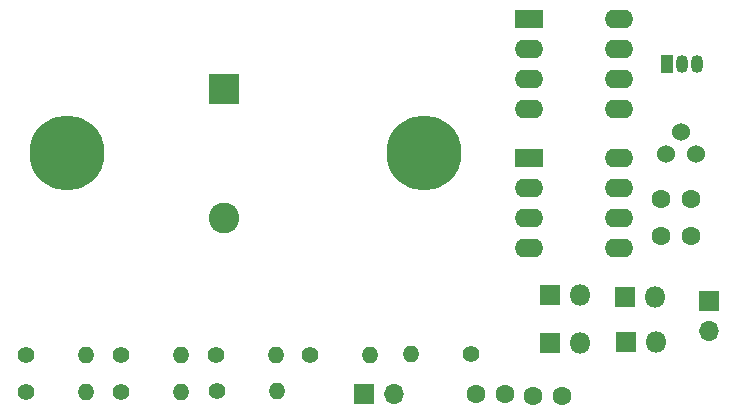
<source format=gbr>
%TF.GenerationSoftware,KiCad,Pcbnew,(5.1.12)-1*%
%TF.CreationDate,2023-08-23T22:39:03+05:30*%
%TF.ProjectId,PULSED IC 555 ALARMS CIRCUIT,50554c53-4544-4204-9943-203535352041,rev?*%
%TF.SameCoordinates,Original*%
%TF.FileFunction,Soldermask,Bot*%
%TF.FilePolarity,Negative*%
%FSLAX46Y46*%
G04 Gerber Fmt 4.6, Leading zero omitted, Abs format (unit mm)*
G04 Created by KiCad (PCBNEW (5.1.12)-1) date 2023-08-23 22:39:03*
%MOMM*%
%LPD*%
G01*
G04 APERTURE LIST*
%ADD10O,2.400000X1.600000*%
%ADD11R,2.400000X1.600000*%
%ADD12O,1.700000X1.700000*%
%ADD13R,1.700000X1.700000*%
%ADD14O,1.400000X1.400000*%
%ADD15C,1.400000*%
%ADD16C,6.350000*%
%ADD17C,2.600000*%
%ADD18R,2.600000X2.600000*%
%ADD19C,1.524800*%
%ADD20R,1.050000X1.500000*%
%ADD21O,1.050000X1.500000*%
%ADD22O,1.800000X1.800000*%
%ADD23R,1.800000X1.800000*%
%ADD24C,1.600000*%
G04 APERTURE END LIST*
D10*
%TO.C,U2*%
X162245001Y-74435001D03*
X154625001Y-82055001D03*
X162245001Y-76975001D03*
X154625001Y-79515001D03*
X162245001Y-79515001D03*
X154625001Y-76975001D03*
X162245001Y-82055001D03*
D11*
X154625001Y-74435001D03*
%TD*%
D10*
%TO.C,U1*%
X162245001Y-86185001D03*
X154625001Y-93805001D03*
X162245001Y-88725001D03*
X154625001Y-91265001D03*
X162245001Y-91265001D03*
X154625001Y-88725001D03*
X162245001Y-93805001D03*
D11*
X154625001Y-86185001D03*
%TD*%
D12*
%TO.C,TP1*%
X143240000Y-106188000D03*
D13*
X140700000Y-106188000D03*
%TD*%
D14*
%TO.C,R8*%
X141205001Y-102885001D03*
D15*
X136125001Y-102885001D03*
%TD*%
D14*
%TO.C,R7*%
X133175001Y-102885001D03*
D15*
X128095001Y-102885001D03*
%TD*%
D14*
%TO.C,R6*%
X125145001Y-106035001D03*
D15*
X120065001Y-106035001D03*
%TD*%
D14*
%TO.C,R5*%
X133334000Y-105934000D03*
D15*
X128254000Y-105934000D03*
%TD*%
D14*
%TO.C,R4*%
X117115001Y-106035001D03*
D15*
X112035001Y-106035001D03*
%TD*%
D14*
%TO.C,R3*%
X125145001Y-102885001D03*
D15*
X120065001Y-102885001D03*
%TD*%
D14*
%TO.C,R2*%
X144640000Y-102790000D03*
D15*
X149720000Y-102790000D03*
%TD*%
D14*
%TO.C,R1*%
X117115001Y-102885001D03*
D15*
X112035001Y-102885001D03*
%TD*%
D16*
%TO.C,Q3*%
X145720000Y-85790000D03*
X115520000Y-85790000D03*
D17*
X128820000Y-91260000D03*
D18*
X128820000Y-80340000D03*
%TD*%
D19*
%TO.C,Q2*%
X166210526Y-85890544D03*
X167480526Y-83985544D03*
X168750526Y-85890544D03*
%TD*%
D20*
%TO.C,Q1*%
X166354000Y-78248000D03*
D21*
X168894000Y-78248000D03*
X167624000Y-78248000D03*
%TD*%
D12*
%TO.C,LS1*%
X169910000Y-100854000D03*
D13*
X169910000Y-98314000D03*
%TD*%
D22*
%TO.C,D4*%
X158988000Y-101870000D03*
D23*
X156448000Y-101870000D03*
%TD*%
D22*
%TO.C,D3*%
X165430000Y-101830000D03*
D23*
X162890000Y-101830000D03*
%TD*%
D22*
%TO.C,D2*%
X158988000Y-97806000D03*
D23*
X156448000Y-97806000D03*
%TD*%
D22*
%TO.C,D1*%
X165345001Y-97985001D03*
D23*
X162805001Y-97985001D03*
%TD*%
D24*
%TO.C,C4*%
X168325001Y-89675001D03*
X165825001Y-89675001D03*
%TD*%
%TO.C,C3*%
X168325001Y-92825001D03*
X165825001Y-92825001D03*
%TD*%
%TO.C,C2*%
X157470000Y-106340000D03*
X154970000Y-106340000D03*
%TD*%
%TO.C,C1*%
X152610000Y-106230000D03*
X150110000Y-106230000D03*
%TD*%
M02*

</source>
